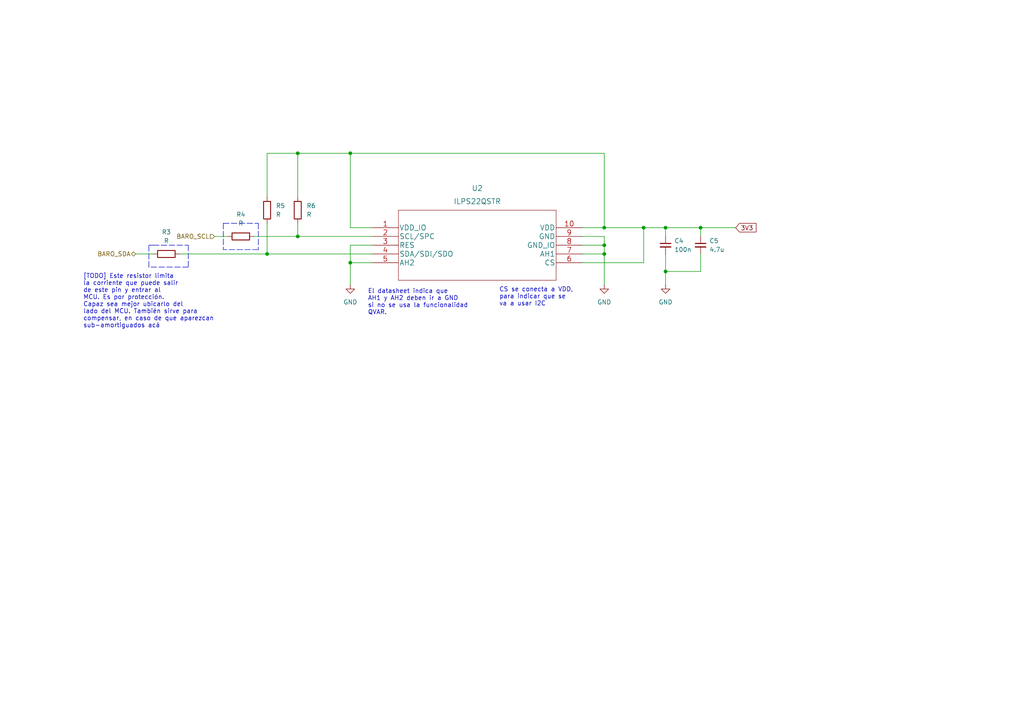
<source format=kicad_sch>
(kicad_sch (version 20211123) (generator eeschema)
  (paper "A4")
  (lib_symbols
    (symbol "Device:C_Small" (pin_numbers hide) (pin_names (offset 0.254) hide)
      (property "Reference" "C" (at 0.254 1.778 0))
      (property "Value" "C_Small" (at 0.254 -2.032 0))
      (symbol "C_Small_0_1"
        (polyline (pts (xy -1.524 -0.508) (xy 1.524 -0.508)) (stroke (width 0.3302)))
        (polyline (pts (xy -1.524 0.508) (xy 1.524 0.508)) (stroke (width 0.3048)))
      )
      (symbol "C_Small_1_1"
        (pin passive line (at 0 2.54 270) (length 2.032) (name "~") (number "1"))
        (pin passive line (at 0 -2.54 90) (length 2.032) (name "~") (number "2"))
      )
    )
    (symbol "Device:R" (pin_numbers hide) (pin_names (offset 0))
      (property "Reference" "R" (at 2.032 0 90))
      (property "Value" "R" (at 0 0 90))
      (symbol "R_0_1"
        (rectangle (start -1.016 -2.54) (end 1.016 2.54) (stroke (width 0.254)))
      )
      (symbol "R_1_1"
        (pin passive line (at 0 3.81 270) (length 1.27) (name "~") (number "1"))
        (pin passive line (at 0 -3.81 90) (length 1.27) (name "~") (number "2"))
      )
    )
    (symbol "ILPS22QSTR:ILPS22QSTR" (pin_names (offset 0.254))
      (property "Reference" "U" (at 30.48 10.16 0))
      (property "Value" "ILPS22QSTR" (at 30.48 7.62 0))
      (symbol "ILPS22QSTR_1_1"
        (polyline (pts (xy 7.62 -15.24) (xy 53.34 -15.24)) (stroke (width 0.127)))
        (polyline (pts (xy 7.62 5.08) (xy 7.62 -15.24)) (stroke (width 0.127)))
        (polyline (pts (xy 53.34 -15.24) (xy 53.34 5.08)) (stroke (width 0.127)))
        (polyline (pts (xy 53.34 5.08) (xy 7.62 5.08)) (stroke (width 0.127)))
        (pin power_in line (at 0 0 0) (length 7.62) (name "VDD_IO") (number "1"))
        (pin power_in line (at 60.96 0 180) (length 7.62) (name "VDD") (number "10"))
        (pin input line (at 0 -2.54 0) (length 7.62) (name "SCL/SPC") (number "2"))
        (pin power_in line (at 0 -5.08 0) (length 7.62) (name "RES") (number "3"))
        (pin bidirectional line (at 0 -7.62 0) (length 7.62) (name "SDA/SDI/SDO") (number "4"))
        (pin bidirectional line (at 0 -10.16 0) (length 7.62) (name "AH2") (number "5"))
        (pin unspecified line (at 60.96 -10.16 180) (length 7.62) (name "CS") (number "6"))
        (pin bidirectional line (at 60.96 -7.62 180) (length 7.62) (name "AH1") (number "7"))
        (pin power_in line (at 60.96 -5.08 180) (length 7.62) (name "GND_IO") (number "8"))
        (pin power_in line (at 60.96 -2.54 180) (length 7.62) (name "GND") (number "9"))
      )
    )
    (symbol "power:GND" (power) (pin_names (offset 0))
      (property "Value" "GND" (at 0 -3.81 0))
      (symbol "GND_0_1"
        (polyline (pts (xy 0 0) (xy 0 -1.27) (xy 1.27 -1.27) (xy 0 -2.54) (xy -1.27 -1.27) (xy 0 -1.27)))
      )
      (symbol "GND_1_1"
        (pin power_in line (at 0 0 270) (length 0) hide (name "GND") (number "1"))
      )
    )
  )
  (junction (at 175.26 73.66))
  (junction (at 193.04 78.74))
  (junction (at 186.69 66.04))
  (junction (at 101.6 44.45))
  (junction (at 175.26 71.12))
  (junction (at 77.47 73.66))
  (junction (at 86.36 44.45))
  (junction (at 86.36 68.58))
  (junction (at 101.6 76.2))
  (junction (at 175.26 66.04))
  (junction (at 203.2 66.04))
  (junction (at 193.04 66.04))
  (wire (pts (xy 193.04 78.74) (xy 203.2 78.74)))
  (wire (pts (xy 77.47 73.66) (xy 107.95 73.66)))
  (wire (pts (xy 186.69 76.2) (xy 186.69 66.04)))
  (wire (pts (xy 175.26 66.04) (xy 175.26 44.45)))
  (wire (pts (xy 203.2 66.04) (xy 213.36 66.04)))
  (wire (pts (xy 101.6 71.12) (xy 101.6 76.2)))
  (polyline (pts (xy 64.77 64.77) (xy 74.93 64.77)))
  (wire (pts (xy 175.26 73.66) (xy 175.26 82.55)))
  (wire (pts (xy 77.47 57.15) (xy 77.47 44.45)))
  (polyline (pts (xy 43.18 71.12) (xy 44.45 71.12)))
  (wire (pts (xy 168.91 76.2) (xy 186.69 76.2)))
  (polyline (pts (xy 54.61 71.12) (xy 54.61 77.47)))
  (wire (pts (xy 101.6 66.04) (xy 101.6 44.45)))
  (wire (pts (xy 193.04 66.04) (xy 203.2 66.04)))
  (wire (pts (xy 175.26 73.66) (xy 168.91 73.66)))
  (wire (pts (xy 175.26 68.58) (xy 175.26 71.12)))
  (wire (pts (xy 101.6 66.04) (xy 107.95 66.04)))
  (polyline (pts (xy 54.61 77.47) (xy 43.18 77.47)))
  (wire (pts (xy 203.2 73.66) (xy 203.2 78.74)))
  (wire (pts (xy 168.91 68.58) (xy 175.26 68.58)))
  (wire (pts (xy 193.04 66.04) (xy 193.04 68.58)))
  (wire (pts (xy 73.66 68.58) (xy 86.36 68.58)))
  (wire (pts (xy 39.37 73.66) (xy 44.45 73.66)))
  (polyline (pts (xy 74.93 64.77) (xy 74.93 72.39)))
  (wire (pts (xy 186.69 66.04) (xy 193.04 66.04)))
  (wire (pts (xy 77.47 44.45) (xy 86.36 44.45)))
  (polyline (pts (xy 43.18 77.47) (xy 43.18 71.12)))
  (wire (pts (xy 62.23 68.58) (xy 66.04 68.58)))
  (polyline (pts (xy 64.77 64.77) (xy 64.77 72.39)))
  (wire (pts (xy 193.04 78.74) (xy 193.04 82.55)))
  (wire (pts (xy 107.95 71.12) (xy 101.6 71.12)))
  (wire (pts (xy 101.6 82.55) (xy 101.6 76.2)))
  (wire (pts (xy 86.36 44.45) (xy 101.6 44.45)))
  (wire (pts (xy 168.91 66.04) (xy 175.26 66.04)))
  (wire (pts (xy 52.07 73.66) (xy 77.47 73.66)))
  (wire (pts (xy 101.6 76.2) (xy 107.95 76.2)))
  (wire (pts (xy 86.36 68.58) (xy 86.36 64.77)))
  (wire (pts (xy 107.95 68.58) (xy 86.36 68.58)))
  (polyline (pts (xy 74.93 72.39) (xy 64.77 72.39)))
  (wire (pts (xy 193.04 73.66) (xy 193.04 78.74)))
  (wire (pts (xy 77.47 73.66) (xy 77.47 64.77)))
  (wire (pts (xy 175.26 71.12) (xy 175.26 73.66)))
  (wire (pts (xy 175.26 66.04) (xy 186.69 66.04)))
  (wire (pts (xy 168.91 71.12) (xy 175.26 71.12)))
  (wire (pts (xy 101.6 44.45) (xy 175.26 44.45)))
  (polyline (pts (xy 44.45 71.12) (xy 54.61 71.12)))
  (wire (pts (xy 86.36 57.15) (xy 86.36 44.45)))
  (wire (pts (xy 203.2 66.04) (xy 203.2 68.58)))
  (text "El datasheet indica que\nAH1 y AH2 deben ir a GND\nsi no se usa la funcionalidad\nQVAR." (at 106.68 91.44 0) (effects (font (size 1.27 1.27)) (justify left bottom)))
  (text "CS se conecta a VDD,\npara indicar que se\nva a usar I2C" (at 144.78 88.9 0) (effects (font (size 1.27 1.27)) (justify left bottom)))
  (text "[TODO] Este resistor limita\nla corriente que puede salir\nde este pin y entrar al\nMCU. Es por protección.\nCapaz sea mejor ubicarlo del\nlado del MCU. También sirve para\ncompensar, en caso de que aparezcan\nsub-amortiguados acá" (at 24.13 95.25 0) (effects (font (size 1.27 1.27)) (justify left bottom)))
  (global_label "3V3" (shape input) (at 213.36 66.04 0) (property "Intersheet References" "${INTERSHEET_REFS}" (effects hide)))
  (hierarchical_label "BARO_SCL" (shape input) (at 62.23 68.58 180))
  (hierarchical_label "BARO_SDA" (shape bidirectional) (at 39.37 73.66 180))
  (symbol (lib_id "power:GND") (at 193.04 82.55 0) (unit 1)
    (property "Reference" "#PWR08" (effects hide))
    (property "Value" "GND" (at 193.04 87.63 0))
  )
  (symbol (lib_id "power:GND") (at 101.6 82.55 0) (unit 1)
    (property "Reference" "#PWR06" (effects hide))
    (property "Value" "GND" (at 101.6 87.63 0))
  )
  (symbol (lib_id "Device:C_Small") (at 203.2 71.12 0) (unit 1)
    (property "Reference" "C5" (at 205.74 69.8562 0) (effects (justify left)))
    (property "Value" "4.7u" (at 205.74 72.3962 0) (effects (justify left)))
  )
  (symbol (lib_id "power:GND") (at 175.26 82.55 0) (unit 1)
    (property "Reference" "#PWR07" (effects hide))
    (property "Value" "GND" (at 175.26 87.63 0))
  )
  (symbol (lib_id "Device:R") (at 69.85 68.58 90) (unit 1)
    (property "Reference" "R4" (at 69.85 62.2182 90))
    (property "Value" "R" (at 69.85 64.7582 90))
  )
  (symbol (lib_id "Device:C_Small") (at 193.04 71.12 0) (unit 1)
    (property "Reference" "C4" (at 195.58 69.8562 0) (effects (justify left)))
    (property "Value" "100n" (at 195.58 72.3962 0) (effects (justify left)))
  )
  (symbol (lib_id "Device:R") (at 86.36 60.96 0) (unit 1)
    (property "Reference" "R6" (at 88.9 59.6899 0) (effects (justify left)))
    (property "Value" "R" (at 88.9 62.2299 0) (effects (justify left)))
  )
  (symbol (lib_id "Device:R") (at 77.47 60.96 0) (unit 1)
    (property "Reference" "R5" (at 80.01 59.6899 0) (effects (justify left)))
    (property "Value" "R" (at 80.01 62.2299 0) (effects (justify left)))
  )
  (symbol (lib_id "ILPS22QSTR:ILPS22QSTR") (at 107.95 66.04 0) (unit 1)
    (property "Reference" "U2" (at 138.43 54.61 0) (effects (font (size 1.524 1.524))))
    (property "Value" "ILPS22QSTR" (at 138.43 58.42 0) (effects (font (size 1.524 1.524))))
    (property "Footprint" "ILPS22QSTR:ILPS22QSTR" (effects hide))
  )
  (symbol (lib_id "Device:R") (at 48.26 73.66 270) (mirror x) (unit 1)
    (property "Reference" "R3" (at 48.26 67.31 90))
    (property "Value" "R" (at 48.26 69.85 90))
  )
)
</source>
